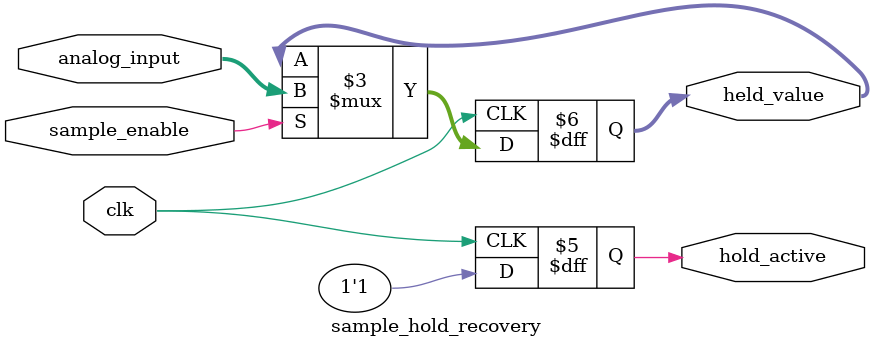
<source format=sv>
module sample_hold_recovery (
    input wire clk,
    input wire sample_enable,
    input wire [11:0] analog_input,
    output reg [11:0] held_value,
    output reg hold_active
);
    // 采样逻辑控制块 - 仅在sample_enable有效时更新held_value
    always @(posedge clk) begin
        if (sample_enable) begin
            held_value <= analog_input;
        end
    end
    
    // 保持状态控制块 - 专门管理hold_active信号
    always @(posedge clk) begin
        hold_active <= 1'b1;
    end
endmodule
</source>
